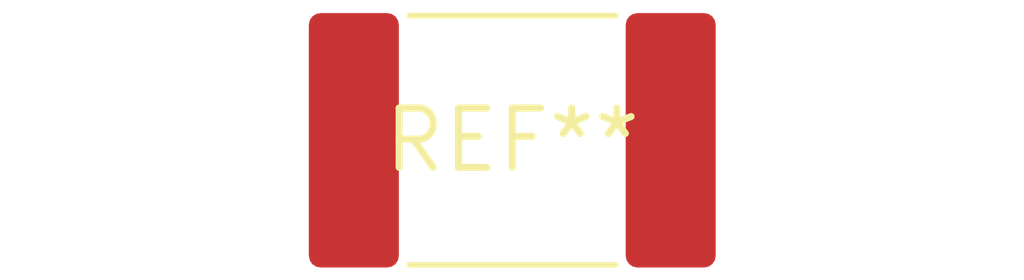
<source format=kicad_pcb>
(kicad_pcb (version 20240108) (generator pcbnew)
  (layers (0 "F.Cu" signal) (31 "B.Cu" signal) (34 "B.Paste" user) (35 "F.Paste" user) (36 "B.SilkS" user "B.Silkscreen") (37 "F.SilkS" user "F.Silkscreen") (38 "B.Mask" user) (39 "F.Mask" user) (44 "Edge.Cuts" user))
  (net 0 "")
  (footprint "Fuse_2920_7451Metric" (layer "F.Cu") (at 0 0)
    (property "Reference" "REF**")
    (property "Value" "Fuse_2920_7451Metric")
    (fp_line (start -2.203752 -2.67) (end 2.203752 -2.67) (layer "F.SilkS") (stroke (width 0.12)))
    (fp_line (start -2.203752 2.67) (end 2.203752 2.67) (layer "F.SilkS") (stroke (width 0.12)))
    (pad "1" smd roundrect (at -3.3875 0) (size 1.925 5.45) (layers "F.Cu" "F.Paste" "F.Mask") (roundrect_rratio 0.12987))
    (pad "2" smd roundrect (at 3.3875 0) (size 1.925 5.45) (layers "F.Cu" "F.Paste" "F.Mask") (roundrect_rratio 0.12987))
  )
)
</source>
